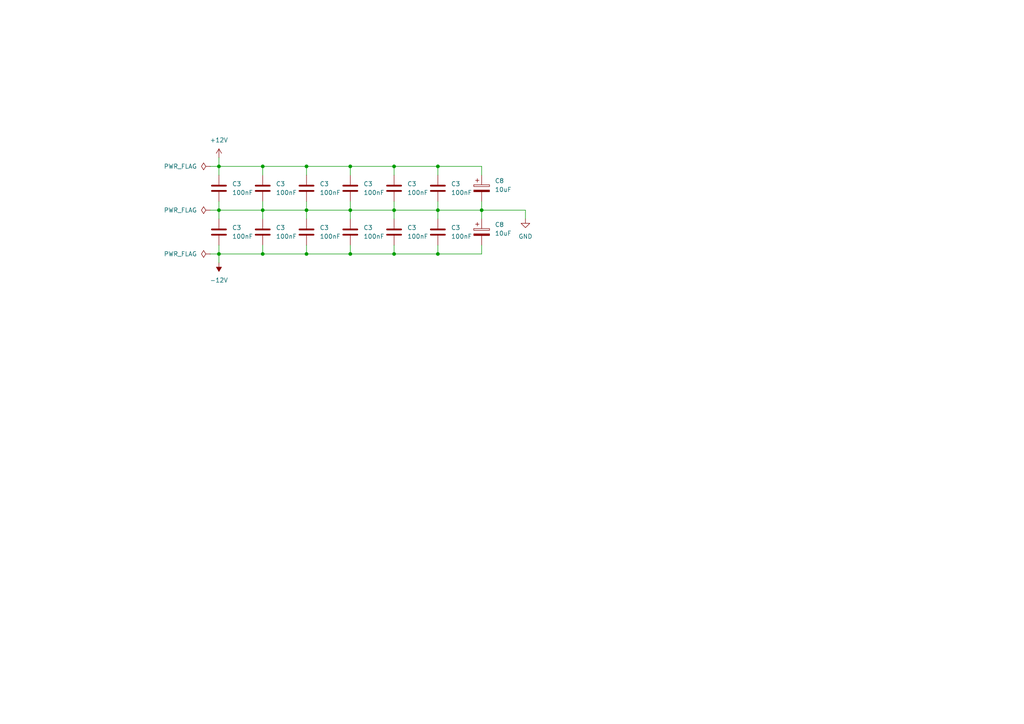
<source format=kicad_sch>
(kicad_sch (version 20230121) (generator eeschema)
  (paper "A4")
  (lib_symbols
    (symbol "Device:C" (pin_numbers hide) (pin_names (offset 0.254))
      (property "Reference" "C" (at 0.635 2.54 0))
      (property "Value" "C" (at 0.635 -2.54 0))
      (symbol "C_0_1"
        (polyline (pts (xy -2.032 -0.762) (xy 2.032 -0.762)) (stroke (width 0.508)))
        (polyline (pts (xy -2.032 0.762) (xy 2.032 0.762)) (stroke (width 0.508)))
      )
      (symbol "C_1_1"
        (pin passive line (at 0 3.81 270) (length 2.794) (name "~") (number "1"))
        (pin passive line (at 0 -3.81 90) (length 2.794) (name "~") (number "2"))
      )
    )
    (symbol "Device:C_Polarized" (pin_numbers hide) (pin_names (offset 0.254))
      (property "Reference" "C" (at 0.635 2.54 0))
      (property "Value" "C_Polarized" (at 0.635 -2.54 0))
      (symbol "C_Polarized_0_1"
        (rectangle (start -2.286 0.508) (end 2.286 1.016))
        (polyline (pts (xy -1.778 2.286) (xy -0.762 2.286)))
        (polyline (pts (xy -1.27 2.794) (xy -1.27 1.778)))
        (rectangle (start 2.286 -0.508) (end -2.286 -1.016) (fill (type outline)))
      )
      (symbol "C_Polarized_1_1"
        (pin passive line (at 0 3.81 270) (length 2.794) (name "~") (number "1"))
        (pin passive line (at 0 -3.81 90) (length 2.794) (name "~") (number "2"))
      )
    )
    (symbol "power:+12V" (power) (pin_names (offset 0))
      (property "Value" "+12V" (at 0 3.556 0))
      (symbol "+12V_0_1"
        (polyline (pts (xy -0.762 1.27) (xy 0 2.54)))
        (polyline (pts (xy 0 0) (xy 0 2.54)))
        (polyline (pts (xy 0 2.54) (xy 0.762 1.27)))
      )
      (symbol "+12V_1_1"
        (pin power_in line (at 0 0 90) (length 0) hide (name "+12V") (number "1"))
      )
    )
    (symbol "power:-12V" (power) (pin_names (offset 0))
      (property "Value" "-12V" (at 0 3.81 0))
      (symbol "-12V_0_0"
        (pin power_in line (at 0 0 90) (length 0) hide (name "-12V") (number "1"))
      )
      (symbol "-12V_0_1"
        (polyline (pts (xy 0 0) (xy 0 1.27) (xy 0.762 1.27) (xy 0 2.54) (xy -0.762 1.27) (xy 0 1.27)) (fill (type outline)))
      )
    )
    (symbol "power:GND" (power) (pin_names (offset 0))
      (property "Value" "GND" (at 0 -3.81 0))
      (symbol "GND_0_1"
        (polyline (pts (xy 0 0) (xy 0 -1.27) (xy 1.27 -1.27) (xy 0 -2.54) (xy -1.27 -1.27) (xy 0 -1.27)))
      )
      (symbol "GND_1_1"
        (pin power_in line (at 0 0 270) (length 0) hide (name "GND") (number "1"))
      )
    )
    (symbol "power:PWR_FLAG" (power) (pin_numbers hide) (pin_names (offset 0) hide)
      (property "Value" "PWR_FLAG" (at 0 3.81 0))
      (symbol "PWR_FLAG_0_0"
        (pin power_out line (at 0 0 90) (length 0) (name "pwr") (number "1"))
      )
      (symbol "PWR_FLAG_0_1"
        (polyline (pts (xy 0 0) (xy 0 1.27) (xy -1.016 1.905) (xy 0 2.54) (xy 1.016 1.905) (xy 0 1.27)))
      )
    )
  )
  (junction (at 88.9 48.26))
  (junction (at 139.7 60.96))
  (junction (at 101.6 73.66))
  (junction (at 63.5 60.96))
  (junction (at 88.9 73.66))
  (junction (at 114.3 48.26))
  (junction (at 63.5 73.66))
  (junction (at 127 60.96))
  (junction (at 76.2 60.96))
  (junction (at 127 73.66))
  (junction (at 88.9 60.96))
  (junction (at 101.6 48.26))
  (junction (at 127 48.26))
  (junction (at 76.2 73.66))
  (junction (at 114.3 73.66))
  (junction (at 76.2 48.26))
  (junction (at 63.5 48.26))
  (junction (at 114.3 60.96))
  (junction (at 101.6 60.96))
  (wire (pts (xy 114.3 58.42) (xy 114.3 60.96)))
  (wire (pts (xy 127 60.96) (xy 139.7 60.96)))
  (wire (pts (xy 60.96 73.66) (xy 63.5 73.66)))
  (wire (pts (xy 76.2 73.66) (xy 63.5 73.66)))
  (wire (pts (xy 127 71.12) (xy 127 73.66)))
  (wire (pts (xy 88.9 60.96) (xy 88.9 63.5)))
  (wire (pts (xy 88.9 71.12) (xy 88.9 73.66)))
  (wire (pts (xy 114.3 48.26) (xy 127 48.26)))
  (wire (pts (xy 139.7 60.96) (xy 152.4 60.96)))
  (wire (pts (xy 63.5 60.96) (xy 63.5 63.5)))
  (wire (pts (xy 63.5 58.42) (xy 63.5 60.96)))
  (wire (pts (xy 152.4 60.96) (xy 152.4 63.5)))
  (wire (pts (xy 60.96 48.26) (xy 63.5 48.26)))
  (wire (pts (xy 127 48.26) (xy 127 50.8)))
  (wire (pts (xy 88.9 73.66) (xy 76.2 73.66)))
  (wire (pts (xy 76.2 48.26) (xy 76.2 50.8)))
  (wire (pts (xy 101.6 58.42) (xy 101.6 60.96)))
  (wire (pts (xy 101.6 60.96) (xy 114.3 60.96)))
  (wire (pts (xy 101.6 71.12) (xy 101.6 73.66)))
  (wire (pts (xy 139.7 58.42) (xy 139.7 60.96)))
  (wire (pts (xy 63.5 71.12) (xy 63.5 73.66)))
  (wire (pts (xy 114.3 48.26) (xy 114.3 50.8)))
  (wire (pts (xy 114.3 71.12) (xy 114.3 73.66)))
  (wire (pts (xy 101.6 48.26) (xy 101.6 50.8)))
  (wire (pts (xy 63.5 60.96) (xy 76.2 60.96)))
  (wire (pts (xy 114.3 60.96) (xy 127 60.96)))
  (wire (pts (xy 139.7 60.96) (xy 139.7 63.5)))
  (wire (pts (xy 76.2 71.12) (xy 76.2 73.66)))
  (wire (pts (xy 76.2 48.26) (xy 88.9 48.26)))
  (wire (pts (xy 114.3 73.66) (xy 101.6 73.66)))
  (wire (pts (xy 88.9 48.26) (xy 88.9 50.8)))
  (wire (pts (xy 63.5 73.66) (xy 63.5 76.2)))
  (wire (pts (xy 114.3 60.96) (xy 114.3 63.5)))
  (wire (pts (xy 139.7 71.12) (xy 139.7 73.66)))
  (wire (pts (xy 63.5 48.26) (xy 63.5 50.8)))
  (wire (pts (xy 76.2 58.42) (xy 76.2 60.96)))
  (wire (pts (xy 88.9 58.42) (xy 88.9 60.96)))
  (wire (pts (xy 88.9 48.26) (xy 101.6 48.26)))
  (wire (pts (xy 127 73.66) (xy 114.3 73.66)))
  (wire (pts (xy 127 60.96) (xy 127 63.5)))
  (wire (pts (xy 101.6 60.96) (xy 101.6 63.5)))
  (wire (pts (xy 101.6 73.66) (xy 88.9 73.66)))
  (wire (pts (xy 63.5 45.72) (xy 63.5 48.26)))
  (wire (pts (xy 76.2 60.96) (xy 88.9 60.96)))
  (wire (pts (xy 127 58.42) (xy 127 60.96)))
  (wire (pts (xy 63.5 48.26) (xy 76.2 48.26)))
  (wire (pts (xy 60.96 60.96) (xy 63.5 60.96)))
  (wire (pts (xy 139.7 73.66) (xy 127 73.66)))
  (wire (pts (xy 88.9 60.96) (xy 101.6 60.96)))
  (wire (pts (xy 127 48.26) (xy 139.7 48.26)))
  (wire (pts (xy 76.2 60.96) (xy 76.2 63.5)))
  (wire (pts (xy 139.7 48.26) (xy 139.7 50.8)))
  (wire (pts (xy 101.6 48.26) (xy 114.3 48.26)))
  (symbol (lib_id "power:+12V") (at 63.5 45.72 0) (unit 1)
    (property "Reference" "#PWR036" (effects hide))
    (property "Value" "+12V" (at 63.5 40.64 0))
  )
  (symbol (lib_id "power:PWR_FLAG") (at 60.96 73.66 90) (unit 1)
    (property "Reference" "#FLG03" (effects hide))
    (property "Value" "PWR_FLAG" (at 57.15 73.66 90) (effects (justify left)))
  )
  (symbol (lib_id "Device:C") (at 88.9 54.61 0) (unit 1)
    (property "Reference" "C3" (at 92.71 53.34 0) (effects (justify left)))
    (property "Value" "100nF" (at 92.71 55.88 0) (effects (justify left)))
    (property "Footprint" "Capacitor_THT:C_Disc_D3.0mm_W1.6mm_P2.50mm" (effects hide))
    (instances (project "VCO" (path "" (reference "C3") (unit 1)) (path "" (reference "C3") (unit 1))) (project "VCA" (path "" (reference "C1") (unit 1)) (path "" (reference "C3") (unit 1))) (project "Controller" (path "" (reference "C15") (unit 1))))
  )
  (symbol (lib_id "Device:C") (at 127 54.61 0) (unit 1)
    (property "Reference" "C3" (at 130.81 53.34 0) (effects (justify left)))
    (property "Value" "100nF" (at 130.81 55.88 0) (effects (justify left)))
    (property "Footprint" "Capacitor_THT:C_Disc_D3.0mm_W1.6mm_P2.50mm" (effects hide))
    (instances (project "VCO" (path "" (reference "C3") (unit 1)) (path "" (reference "C3") (unit 1))) (project "VCA" (path "" (reference "C1") (unit 1)) (path "" (reference "C3") (unit 1))) (project "Controller" (path "" (reference "C21") (unit 1))))
  )
  (symbol (lib_id "Device:C") (at 101.6 67.31 0) (unit 1)
    (property "Reference" "C3" (at 105.41 66.04 0) (effects (justify left)))
    (property "Value" "100nF" (at 105.41 68.58 0) (effects (justify left)))
    (property "Footprint" "Capacitor_THT:C_Disc_D3.0mm_W1.6mm_P2.50mm" (effects hide))
    (instances (project "VCO" (path "" (reference "C3") (unit 1)) (path "" (reference "C3") (unit 1))) (project "VCA" (path "" (reference "C1") (unit 1)) (path "" (reference "C3") (unit 1))) (project "Controller" (path "" (reference "C18") (unit 1))))
  )
  (symbol (lib_id "power:GND") (at 152.4 63.5 0) (unit 1)
    (property "Reference" "#PWR038" (effects hide))
    (property "Value" "GND" (at 152.4 68.58 0))
  )
  (symbol (lib_id "power:PWR_FLAG") (at 60.96 48.26 90) (unit 1)
    (property "Reference" "#FLG01" (effects hide))
    (property "Value" "PWR_FLAG" (at 57.15 48.26 90) (effects (justify left)))
  )
  (symbol (lib_id "Device:C") (at 88.9 67.31 0) (unit 1)
    (property "Reference" "C3" (at 92.71 66.04 0) (effects (justify left)))
    (property "Value" "100nF" (at 92.71 68.58 0) (effects (justify left)))
    (property "Footprint" "Capacitor_THT:C_Disc_D3.0mm_W1.6mm_P2.50mm" (effects hide))
    (instances (project "VCO" (path "" (reference "C3") (unit 1)) (path "" (reference "C3") (unit 1))) (project "VCA" (path "" (reference "C1") (unit 1)) (path "" (reference "C3") (unit 1))) (project "Controller" (path "" (reference "C16") (unit 1))))
  )
  (symbol (lib_id "Device:C") (at 76.2 54.61 0) (unit 1)
    (property "Reference" "C3" (at 80.01 53.34 0) (effects (justify left)))
    (property "Value" "100nF" (at 80.01 55.88 0) (effects (justify left)))
    (property "Footprint" "Capacitor_THT:C_Disc_D3.0mm_W1.6mm_P2.50mm" (effects hide))
    (instances (project "VCO" (path "" (reference "C3") (unit 1)) (path "" (reference "C3") (unit 1))) (project "VCA" (path "" (reference "C1") (unit 1)) (path "" (reference "C3") (unit 1))) (project "Controller" (path "" (reference "C13") (unit 1))))
  )
  (symbol (lib_id "Device:C") (at 63.5 54.61 0) (unit 1)
    (property "Reference" "C3" (at 67.31 53.34 0) (effects (justify left)))
    (property "Value" "100nF" (at 67.31 55.88 0) (effects (justify left)))
    (property "Footprint" "Capacitor_THT:C_Disc_D3.0mm_W1.6mm_P2.50mm" (effects hide))
    (instances (project "VCO" (path "" (reference "C3") (unit 1)) (path "" (reference "C3") (unit 1))) (project "VCA" (path "" (reference "C1") (unit 1)) (path "" (reference "C3") (unit 1))) (project "Controller" (path "" (reference "C11") (unit 1))))
  )
  (symbol (lib_id "power:-12V") (at 63.5 76.2 180) (unit 1)
    (property "Reference" "#PWR037" (effects hide))
    (property "Value" "-12V" (at 63.5 81.28 0))
  )
  (symbol (lib_id "Device:C_Polarized") (at 139.7 67.31 0) (unit 1)
    (property "Reference" "C8" (at 143.51 65.151 0) (effects (justify left)))
    (property "Value" "10uF" (at 143.51 67.691 0) (effects (justify left)))
    (property "Footprint" "Capacitor_THT:CP_Radial_D4.0mm_P2.00mm" (effects hide))
    (instances (project "VCO" (path "" (reference "C8") (unit 1))) (project "VCA" (path "" (reference "C2") (unit 1)) (path "" (reference "C1") (unit 1))) (project "Controller" (path "" (reference "C24") (unit 1))))
  )
  (symbol (lib_id "Device:C") (at 63.5 67.31 0) (unit 1)
    (property "Reference" "C3" (at 67.31 66.04 0) (effects (justify left)))
    (property "Value" "100nF" (at 67.31 68.58 0) (effects (justify left)))
    (property "Footprint" "Capacitor_THT:C_Disc_D3.0mm_W1.6mm_P2.50mm" (effects hide))
    (instances (project "VCO" (path "" (reference "C3") (unit 1)) (path "" (reference "C3") (unit 1))) (project "VCA" (path "" (reference "C1") (unit 1)) (path "" (reference "C3") (unit 1))) (project "Controller" (path "" (reference "C12") (unit 1))))
  )
  (symbol (lib_id "Device:C") (at 101.6 54.61 0) (unit 1)
    (property "Reference" "C3" (at 105.41 53.34 0) (effects (justify left)))
    (property "Value" "100nF" (at 105.41 55.88 0) (effects (justify left)))
    (property "Footprint" "Capacitor_THT:C_Disc_D3.0mm_W1.6mm_P2.50mm" (effects hide))
    (instances (project "VCO" (path "" (reference "C3") (unit 1)) (path "" (reference "C3") (unit 1))) (project "VCA" (path "" (reference "C1") (unit 1)) (path "" (reference "C3") (unit 1))) (project "Controller" (path "" (reference "C17") (unit 1))))
  )
  (symbol (lib_id "Device:C_Polarized") (at 139.7 54.61 0) (unit 1)
    (property "Reference" "C8" (at 143.51 52.451 0) (effects (justify left)))
    (property "Value" "10uF" (at 143.51 54.991 0) (effects (justify left)))
    (property "Footprint" "Capacitor_THT:CP_Radial_D4.0mm_P2.00mm" (effects hide))
    (instances (project "VCO" (path "" (reference "C8") (unit 1))) (project "VCA" (path "" (reference "C2") (unit 1)) (path "" (reference "C1") (unit 1))) (project "Controller" (path "" (reference "C23") (unit 1))))
  )
  (symbol (lib_id "Device:C") (at 127 67.31 0) (unit 1)
    (property "Reference" "C3" (at 130.81 66.04 0) (effects (justify left)))
    (property "Value" "100nF" (at 130.81 68.58 0) (effects (justify left)))
    (property "Footprint" "Capacitor_THT:C_Disc_D3.0mm_W1.6mm_P2.50mm" (effects hide))
    (instances (project "VCO" (path "" (reference "C3") (unit 1)) (path "" (reference "C3") (unit 1))) (project "VCA" (path "" (reference "C1") (unit 1)) (path "" (reference "C3") (unit 1))) (project "Controller" (path "" (reference "C22") (unit 1))))
  )
  (symbol (lib_id "Device:C") (at 114.3 54.61 0) (unit 1)
    (property "Reference" "C3" (at 118.11 53.34 0) (effects (justify left)))
    (property "Value" "100nF" (at 118.11 55.88 0) (effects (justify left)))
    (property "Footprint" "Capacitor_THT:C_Disc_D3.0mm_W1.6mm_P2.50mm" (effects hide))
    (instances (project "VCO" (path "" (reference "C3") (unit 1)) (path "" (reference "C3") (unit 1))) (project "VCA" (path "" (reference "C1") (unit 1)) (path "" (reference "C3") (unit 1))) (project "Controller" (path "" (reference "C19") (unit 1))))
  )
  (symbol (lib_id "power:PWR_FLAG") (at 60.96 60.96 90) (unit 1)
    (property "Reference" "#FLG02" (effects hide))
    (property "Value" "PWR_FLAG" (at 57.15 60.96 90) (effects (justify left)))
  )
  (symbol (lib_id "Device:C") (at 76.2 67.31 0) (unit 1)
    (property "Reference" "C3" (at 80.01 66.04 0) (effects (justify left)))
    (property "Value" "100nF" (at 80.01 68.58 0) (effects (justify left)))
    (property "Footprint" "Capacitor_THT:C_Disc_D3.0mm_W1.6mm_P2.50mm" (effects hide))
    (instances (project "VCO" (path "" (reference "C3") (unit 1)) (path "" (reference "C3") (unit 1))) (project "VCA" (path "" (reference "C1") (unit 1)) (path "" (reference "C3") (unit 1))) (project "Controller" (path "" (reference "C14") (unit 1))))
  )
  (symbol (lib_id "Device:C") (at 114.3 67.31 0) (unit 1)
    (property "Reference" "C3" (at 118.11 66.04 0) (effects (justify left)))
    (property "Value" "100nF" (at 118.11 68.58 0) (effects (justify left)))
    (property "Footprint" "Capacitor_THT:C_Disc_D3.0mm_W1.6mm_P2.50mm" (effects hide))
    (instances (project "VCO" (path "" (reference "C3") (unit 1)) (path "" (reference "C3") (unit 1))) (project "VCA" (path "" (reference "C1") (unit 1)) (path "" (reference "C3") (unit 1))) (project "Controller" (path "" (reference "C20") (unit 1))))
  )
)
</source>
